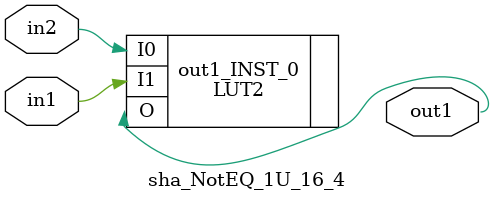
<source format=v>
`timescale 1 ps / 1 ps

(* STRUCTURAL_NETLIST = "yes" *)
module sha_NotEQ_1U_16_4
   (in2,
    in1,
    out1);
  input in2;
  input in1;
  output out1;

  wire in1;
  wire in2;
  wire out1;

  LUT2 #(
    .INIT(4'h6)) 
    out1_INST_0
       (.I0(in2),
        .I1(in1),
        .O(out1));
endmodule


</source>
